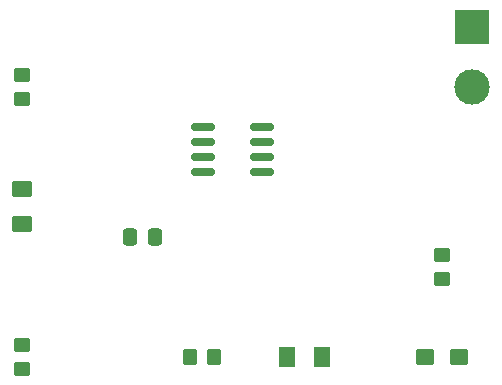
<source format=gbr>
%TF.GenerationSoftware,KiCad,Pcbnew,(6.0.10-0)*%
%TF.CreationDate,2023-02-17T09:30:26-08:00*%
%TF.ProjectId,Exercise 2,45786572-6369-4736-9520-322e6b696361,rev?*%
%TF.SameCoordinates,Original*%
%TF.FileFunction,Soldermask,Top*%
%TF.FilePolarity,Negative*%
%FSLAX46Y46*%
G04 Gerber Fmt 4.6, Leading zero omitted, Abs format (unit mm)*
G04 Created by KiCad (PCBNEW (6.0.10-0)) date 2023-02-17 09:30:26*
%MOMM*%
%LPD*%
G01*
G04 APERTURE LIST*
G04 Aperture macros list*
%AMRoundRect*
0 Rectangle with rounded corners*
0 $1 Rounding radius*
0 $2 $3 $4 $5 $6 $7 $8 $9 X,Y pos of 4 corners*
0 Add a 4 corners polygon primitive as box body*
4,1,4,$2,$3,$4,$5,$6,$7,$8,$9,$2,$3,0*
0 Add four circle primitives for the rounded corners*
1,1,$1+$1,$2,$3*
1,1,$1+$1,$4,$5*
1,1,$1+$1,$6,$7*
1,1,$1+$1,$8,$9*
0 Add four rect primitives between the rounded corners*
20,1,$1+$1,$2,$3,$4,$5,0*
20,1,$1+$1,$4,$5,$6,$7,0*
20,1,$1+$1,$6,$7,$8,$9,0*
20,1,$1+$1,$8,$9,$2,$3,0*%
G04 Aperture macros list end*
%ADD10R,3.000000X3.000000*%
%ADD11C,3.000000*%
%ADD12RoundRect,0.250000X-0.450000X0.350000X-0.450000X-0.350000X0.450000X-0.350000X0.450000X0.350000X0*%
%ADD13RoundRect,0.250001X0.624999X-0.462499X0.624999X0.462499X-0.624999X0.462499X-0.624999X-0.462499X0*%
%ADD14RoundRect,0.250000X0.450000X-0.350000X0.450000X0.350000X-0.450000X0.350000X-0.450000X-0.350000X0*%
%ADD15RoundRect,0.250000X-0.350000X-0.450000X0.350000X-0.450000X0.350000X0.450000X-0.350000X0.450000X0*%
%ADD16RoundRect,0.250001X0.462499X0.624999X-0.462499X0.624999X-0.462499X-0.624999X0.462499X-0.624999X0*%
%ADD17RoundRect,0.150000X0.825000X0.150000X-0.825000X0.150000X-0.825000X-0.150000X0.825000X-0.150000X0*%
%ADD18RoundRect,0.250000X0.537500X0.425000X-0.537500X0.425000X-0.537500X-0.425000X0.537500X-0.425000X0*%
%ADD19RoundRect,0.250000X-0.337500X-0.475000X0.337500X-0.475000X0.337500X0.475000X-0.337500X0.475000X0*%
G04 APERTURE END LIST*
D10*
%TO.C,J1*%
X170180000Y-48260000D03*
D11*
X170180000Y-53340000D03*
%TD*%
D12*
%TO.C,R3*%
X132080000Y-75200000D03*
X132080000Y-77200000D03*
%TD*%
D13*
%TO.C,D1*%
X132080000Y-64987500D03*
X132080000Y-62012500D03*
%TD*%
D14*
%TO.C,R1*%
X132080000Y-54340000D03*
X132080000Y-52340000D03*
%TD*%
D15*
%TO.C,R4*%
X146320000Y-76200000D03*
X148320000Y-76200000D03*
%TD*%
D16*
%TO.C,D2*%
X157480000Y-76200000D03*
X154505000Y-76200000D03*
%TD*%
D17*
%TO.C,U1*%
X152365000Y-60545000D03*
X152365000Y-59275000D03*
X152365000Y-58005000D03*
X152365000Y-56735000D03*
X147415000Y-56735000D03*
X147415000Y-58005000D03*
X147415000Y-59275000D03*
X147415000Y-60545000D03*
%TD*%
D18*
%TO.C,C1*%
X169077500Y-76200000D03*
X166202500Y-76200000D03*
%TD*%
D19*
%TO.C,C2*%
X141202500Y-66040000D03*
X143277500Y-66040000D03*
%TD*%
D14*
%TO.C,R2*%
X167640000Y-69580000D03*
X167640000Y-67580000D03*
%TD*%
M02*

</source>
